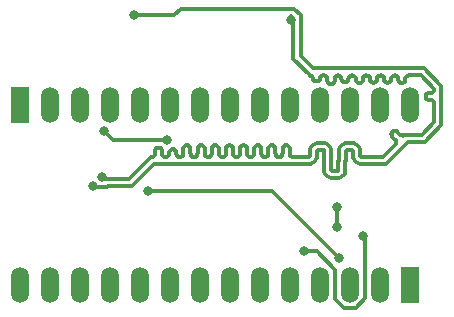
<source format=gbr>
G04 #@! TF.FileFunction,Copper,L2,Bot,Signal*
%FSLAX46Y46*%
G04 Gerber Fmt 4.6, Leading zero omitted, Abs format (unit mm)*
G04 Created by KiCad (PCBNEW 4.0.2-stable) date 04/04/2016 12:25:54*
%MOMM*%
G01*
G04 APERTURE LIST*
%ADD10C,0.100000*%
%ADD11O,1.506220X3.014980*%
%ADD12R,1.506220X3.014980*%
%ADD13C,0.800000*%
%ADD14C,0.300000*%
G04 APERTURE END LIST*
D10*
D11*
X144940000Y-97100000D03*
X147480000Y-97100000D03*
X150020000Y-97100000D03*
X152560000Y-97100000D03*
X155100000Y-97100000D03*
X157640000Y-97100000D03*
X160180000Y-97100000D03*
X162720000Y-97100000D03*
X165260000Y-97100000D03*
X142400000Y-97100000D03*
X139860000Y-97100000D03*
X137320000Y-97100000D03*
X167800000Y-97100000D03*
D12*
X134780000Y-97100000D03*
D11*
X157580000Y-112300000D03*
X155040000Y-112300000D03*
X152500000Y-112300000D03*
X149960000Y-112300000D03*
X147420000Y-112300000D03*
X144880000Y-112300000D03*
X142340000Y-112300000D03*
X139800000Y-112300000D03*
X137260000Y-112300000D03*
X160120000Y-112300000D03*
X162660000Y-112300000D03*
X165200000Y-112300000D03*
X134720000Y-112300000D03*
D12*
X167740000Y-112300000D03*
D13*
X141823786Y-99309525D03*
X147200000Y-100100000D03*
X145600000Y-104400000D03*
X161757302Y-110057302D03*
X163807317Y-108176403D03*
X158800000Y-109500000D03*
X161600000Y-105749990D03*
X161600000Y-107450010D03*
X157649990Y-89901048D03*
X141688908Y-103211092D03*
X144400000Y-89500000D03*
X140911092Y-103988908D03*
D14*
X147200000Y-100100000D02*
X142614261Y-100100000D01*
X142614261Y-100100000D02*
X141823786Y-99309525D01*
X156100000Y-104400000D02*
X145600000Y-104400000D01*
X161757302Y-110057302D02*
X156100000Y-104400000D01*
X158800000Y-109500000D02*
X159909608Y-109500000D01*
X159909608Y-109500000D02*
X161456880Y-111047272D01*
X161456880Y-111047272D02*
X161456880Y-113552728D01*
X161456880Y-113552728D02*
X162161652Y-114257500D01*
X162161652Y-114257500D02*
X163158348Y-114257500D01*
X163158348Y-114257500D02*
X163996880Y-113418968D01*
X163996880Y-113418968D02*
X163996880Y-108365966D01*
X163996880Y-108365966D02*
X163807317Y-108176403D01*
X161600000Y-107450010D02*
X161600000Y-105749990D01*
X147368214Y-101266757D02*
X147375736Y-101200000D01*
X147968214Y-101083244D02*
X147975736Y-101150000D01*
X141688908Y-103211092D02*
X141866725Y-103388909D01*
X159932041Y-95099726D02*
X159875736Y-95106071D01*
X156968214Y-101266757D02*
X156975736Y-101200000D01*
X147375736Y-101200000D02*
X147375736Y-101150000D01*
X146805445Y-101330166D02*
X146841186Y-101387047D01*
X161765158Y-100846093D02*
X161817605Y-100696209D01*
X146841186Y-101387047D02*
X146888689Y-101434550D01*
X154688689Y-100565451D02*
X154745570Y-100529710D01*
X163710285Y-95143117D02*
X163662782Y-95190620D01*
X159213598Y-101484885D02*
X159242536Y-101466702D01*
X154745570Y-100529710D02*
X154808979Y-100507522D01*
X154808979Y-100507522D02*
X154875736Y-100500000D01*
X148583257Y-100733244D02*
X148605445Y-100669835D01*
X169770290Y-95904429D02*
X169792478Y-95841020D01*
X148605445Y-100669835D02*
X148641186Y-100612954D01*
X156910285Y-101387047D02*
X156946026Y-101330166D01*
X145875736Y-101500000D02*
X145942492Y-101492479D01*
X166841186Y-95143117D02*
X166805445Y-95086236D01*
X148641186Y-100612954D02*
X148688689Y-100565451D01*
X150383257Y-101266757D02*
X150405445Y-101330166D01*
X150375736Y-101200000D02*
X150383257Y-101266757D01*
X141866725Y-103388909D02*
X143986827Y-103388909D01*
X166062782Y-95140620D02*
X166005901Y-95176361D01*
X146710285Y-100812954D02*
X146746026Y-100869835D01*
X146775736Y-101200000D02*
X146783257Y-101266757D01*
X162658454Y-94660658D02*
X162614429Y-94704683D01*
X166775736Y-94900000D02*
X166768214Y-94833243D01*
X152542492Y-100507522D02*
X152605901Y-100529710D01*
X160605901Y-94629709D02*
X160542492Y-94607521D01*
X149005901Y-100529710D02*
X149062782Y-100565451D01*
X153008979Y-101492479D02*
X153075736Y-101500000D01*
X156862782Y-101434550D02*
X156910285Y-101387047D01*
X143986827Y-103388909D02*
X145875736Y-101500000D01*
X146746026Y-100869835D02*
X146768214Y-100933244D01*
X162769937Y-94606970D02*
X162711171Y-94627534D01*
X149662782Y-101434550D02*
X149710285Y-101387047D01*
X149605901Y-101470291D02*
X149662782Y-101434550D01*
X145942492Y-101492479D02*
X146005901Y-101470291D01*
X166888689Y-95190620D02*
X166841186Y-95143117D01*
X159275736Y-94600000D02*
X157900000Y-93224264D01*
X146183257Y-100933244D02*
X146205445Y-100869835D01*
X146205445Y-100869835D02*
X146241186Y-100812954D01*
X148088689Y-101434550D02*
X148145570Y-101470291D01*
X157275736Y-100500000D02*
X157342492Y-100507522D01*
X146005901Y-101470291D02*
X146062782Y-101434550D01*
X155710285Y-101387047D02*
X155746026Y-101330166D01*
X157405901Y-100529710D02*
X157462782Y-100565451D01*
X150262782Y-100565451D02*
X150310285Y-100612954D01*
X150310285Y-100612954D02*
X150346026Y-100669835D01*
X147441186Y-100962954D02*
X147488689Y-100915451D01*
X146888689Y-101434550D02*
X146945570Y-101470291D01*
X152005901Y-101470291D02*
X152062782Y-101434550D01*
X147862782Y-100915451D02*
X147910285Y-100962954D01*
X146062782Y-101434550D02*
X146110285Y-101387047D01*
X167310285Y-95143117D02*
X167262782Y-95190620D01*
X161115114Y-102618841D02*
X161133297Y-102647779D01*
X146175736Y-101000000D02*
X146183257Y-100933244D01*
X153675736Y-100500000D02*
X153742492Y-100507522D01*
X154583257Y-100733244D02*
X154605445Y-100669835D01*
X160662782Y-94665450D02*
X160605901Y-94629709D01*
X146146026Y-101330166D02*
X146168214Y-101266757D01*
X154605445Y-100669835D02*
X154641186Y-100612954D01*
X146110285Y-101387047D02*
X146146026Y-101330166D01*
X162493112Y-95051387D02*
X162449087Y-95095412D01*
X147946026Y-101019835D02*
X147968214Y-101083244D01*
X166569091Y-100396004D02*
X166598239Y-100335478D01*
X149475736Y-101500000D02*
X149542492Y-101492479D01*
X146288689Y-100765451D02*
X146345570Y-100729710D01*
X153608979Y-100507522D02*
X153675736Y-100500000D01*
X148145570Y-101470291D02*
X148208979Y-101492479D01*
X151145570Y-100529710D02*
X151208979Y-100507522D01*
X146168214Y-101266757D02*
X146175736Y-101200000D01*
X147675736Y-100850000D02*
X147742492Y-100857522D01*
X146175736Y-101200000D02*
X146175736Y-101000000D01*
X146241186Y-100812954D02*
X146288689Y-100765451D01*
X147975736Y-101200000D02*
X147983257Y-101266757D01*
X147983257Y-101266757D02*
X148005445Y-101330166D01*
X169500000Y-96074264D02*
X169566756Y-96066742D01*
X146345570Y-100729710D02*
X146408979Y-100707522D01*
X149408979Y-101492479D02*
X149475736Y-101500000D01*
X146408979Y-100707522D02*
X146475736Y-100700000D01*
X146945570Y-101470291D02*
X147008979Y-101492479D01*
X147008979Y-101492479D02*
X147075736Y-101500000D01*
X165688689Y-95140620D02*
X165641186Y-95093117D01*
X148405901Y-101470291D02*
X148462782Y-101434550D01*
X147075736Y-101500000D02*
X147142492Y-101492479D01*
X147805901Y-100879710D02*
X147862782Y-100915451D01*
X146475736Y-100700000D02*
X146542492Y-100707522D01*
X164975736Y-94900000D02*
X164975736Y-94906071D01*
X146605901Y-100729710D02*
X146662782Y-100765451D01*
X146542492Y-100707522D02*
X146605901Y-100729710D01*
X150368214Y-100733244D02*
X150375736Y-100800000D01*
X159284885Y-101413598D02*
X159296173Y-101381340D01*
X150346026Y-100669835D02*
X150368214Y-100733244D01*
X146662782Y-100765451D02*
X146710285Y-100812954D01*
X146768214Y-100933244D02*
X146775736Y-101000000D01*
X169123638Y-96504429D02*
X169101450Y-96441020D01*
X146775736Y-101000000D02*
X146775736Y-101200000D01*
X169327172Y-96081785D02*
X169393929Y-96074264D01*
X166275426Y-99772483D02*
X166233540Y-99719960D01*
X146783257Y-101266757D02*
X146805445Y-101330166D01*
X165005445Y-94769834D02*
X164983257Y-94833243D01*
X152746026Y-100669835D02*
X152768214Y-100733244D01*
X147142492Y-101492479D02*
X147205901Y-101470291D01*
X169566756Y-96066742D02*
X169630165Y-96044554D01*
X148942492Y-100507522D02*
X149005901Y-100529710D01*
X147205901Y-101470291D02*
X147262782Y-101434550D01*
X160841186Y-95243117D02*
X160805445Y-95186236D01*
X156375736Y-101200000D02*
X156383257Y-101266757D01*
X167064520Y-99671032D02*
X167130014Y-99685981D01*
X147262782Y-101434550D02*
X147310285Y-101387047D01*
X147742492Y-100857522D02*
X147805901Y-100879710D01*
X156608979Y-101492479D02*
X156675736Y-101500000D01*
X147310285Y-101387047D02*
X147346026Y-101330166D01*
X147346026Y-101330166D02*
X147368214Y-101266757D01*
X148041186Y-101387047D02*
X148088689Y-101434550D01*
X166146026Y-95036236D02*
X166110285Y-95093117D01*
X152408979Y-100507522D02*
X152475736Y-100500000D01*
X150946026Y-101330166D02*
X150968214Y-101266757D01*
X160768214Y-94833243D02*
X160746026Y-94769834D01*
X147375736Y-101150000D02*
X147383257Y-101083244D01*
X153910285Y-100612954D02*
X153946026Y-100669835D01*
X165275736Y-94600000D02*
X165208979Y-94607521D01*
X167323213Y-99641885D02*
X167375736Y-99600000D01*
X157088689Y-100565451D02*
X157145570Y-100529710D01*
X147383257Y-101083244D02*
X147405445Y-101019835D01*
X150975736Y-101200000D02*
X150975736Y-100800000D01*
X153975736Y-101200000D02*
X153983257Y-101266757D01*
X150975736Y-100800000D02*
X150983257Y-100733244D01*
X155542492Y-101492479D02*
X155605901Y-101470291D01*
X147405445Y-101019835D02*
X147441186Y-100962954D01*
X147488689Y-100915451D02*
X147545570Y-100879710D01*
X167375736Y-94956071D02*
X167368214Y-95022827D01*
X157462782Y-100565451D02*
X157510285Y-100612954D01*
X154005445Y-101330166D02*
X154041186Y-101387047D01*
X147545570Y-100879710D02*
X147608979Y-100857522D01*
X155768214Y-101266757D02*
X155775736Y-101200000D01*
X147608979Y-100857522D02*
X147675736Y-100850000D01*
X154088689Y-101434550D02*
X154145570Y-101470291D01*
X149710285Y-101387047D02*
X149746026Y-101330166D01*
X167441186Y-94712953D02*
X167405445Y-94769834D01*
X157583257Y-101266757D02*
X157605445Y-101330166D01*
X147910285Y-100962954D02*
X147946026Y-101019835D01*
X166233540Y-99400741D02*
X166275426Y-99348219D01*
X147975736Y-101150000D02*
X147975736Y-101200000D01*
X148005445Y-101330166D02*
X148041186Y-101387047D01*
X148208979Y-101492479D02*
X148275736Y-101500000D01*
X160833004Y-100449468D02*
X160945289Y-100561753D01*
X151875736Y-101500000D02*
X151942492Y-101492479D01*
X157041186Y-100612954D02*
X157088689Y-100565451D01*
X148275736Y-101500000D02*
X148342492Y-101492479D01*
X153946026Y-100669835D02*
X153968214Y-100733244D01*
X153968214Y-100733244D02*
X153975736Y-100800000D01*
X153975736Y-100800000D02*
X153975736Y-101200000D01*
X162831806Y-94600000D02*
X162769937Y-94606970D01*
X151575736Y-100800000D02*
X151575736Y-101200000D01*
X148342492Y-101492479D02*
X148405901Y-101470291D01*
X148462782Y-101434550D02*
X148510285Y-101387047D01*
X148510285Y-101387047D02*
X148546026Y-101330166D01*
X160009132Y-100294758D02*
X160390867Y-100294758D01*
X148568214Y-101266757D02*
X148575736Y-101200000D01*
X148546026Y-101330166D02*
X148568214Y-101266757D01*
X166183257Y-94833243D02*
X166175736Y-94900000D01*
X148575736Y-101200000D02*
X148575736Y-100800000D01*
X169792478Y-95841020D02*
X169800000Y-95774264D01*
X148575736Y-100800000D02*
X148583257Y-100733244D01*
X162560741Y-94816166D02*
X162546800Y-94939904D01*
X159332041Y-94606344D02*
X159275736Y-94600000D01*
X167545570Y-94629709D02*
X167488689Y-94665450D01*
X148688689Y-100565451D02*
X148745570Y-100529710D01*
X166945570Y-95226361D02*
X166888689Y-95190620D01*
X148745570Y-100529710D02*
X148808979Y-100507522D01*
X148808979Y-100507522D02*
X148875736Y-100500000D01*
X163175736Y-94956071D02*
X163175736Y-94900000D01*
X148875736Y-100500000D02*
X148942492Y-100507522D01*
X154942492Y-100507522D02*
X155005901Y-100529710D01*
X149146026Y-100669835D02*
X149168214Y-100733244D01*
X149110285Y-100612954D02*
X149146026Y-100669835D01*
X149062782Y-100565451D02*
X149110285Y-100612954D01*
X149175736Y-100800000D02*
X149175736Y-101200000D01*
X149168214Y-100733244D02*
X149175736Y-100800000D01*
X155062782Y-100565451D02*
X155110285Y-100612954D01*
X149175736Y-101200000D02*
X149183257Y-101266757D01*
X165546026Y-94769834D02*
X165510285Y-94712953D01*
X149183257Y-101266757D02*
X149205445Y-101330166D01*
X164805901Y-95176361D02*
X164742492Y-95198549D01*
X149205445Y-101330166D02*
X149241186Y-101387047D01*
X153075736Y-101500000D02*
X153142492Y-101492479D01*
X149241186Y-101387047D02*
X149288689Y-101434550D01*
X153142492Y-101492479D02*
X153205901Y-101470291D01*
X149288689Y-101434550D02*
X149345570Y-101470291D01*
X161700000Y-101800000D02*
X161747379Y-101800000D01*
X149345570Y-101470291D02*
X149408979Y-101492479D01*
X169500000Y-96674264D02*
X169393929Y-96674264D01*
X149542492Y-101492479D02*
X149605901Y-101470291D01*
X165041186Y-94712953D02*
X165005445Y-94769834D01*
X149746026Y-101330166D02*
X149768214Y-101266757D01*
X157546026Y-100669835D02*
X157568214Y-100733244D01*
X149775736Y-101200000D02*
X149775736Y-100800000D01*
X166168214Y-94972827D02*
X166146026Y-95036236D01*
X154041186Y-101387047D02*
X154088689Y-101434550D01*
X165405901Y-94629709D02*
X165342492Y-94607521D01*
X149775736Y-100800000D02*
X149783257Y-100733244D01*
X149768214Y-101266757D02*
X149775736Y-101200000D01*
X164205901Y-94629709D02*
X164142492Y-94607521D01*
X149783257Y-100733244D02*
X149805445Y-100669835D01*
X157575736Y-100800000D02*
X157575736Y-101200000D01*
X149805445Y-100669835D02*
X149841186Y-100612954D01*
X157568214Y-100733244D02*
X157575736Y-100800000D01*
X149841186Y-100612954D02*
X149888689Y-100565451D01*
X155775736Y-101200000D02*
X155775736Y-100800000D01*
X149888689Y-100565451D02*
X149945570Y-100529710D01*
X149945570Y-100529710D02*
X150008979Y-100507522D01*
X159242536Y-101466702D02*
X159266702Y-101442536D01*
X155175736Y-101200000D02*
X155183257Y-101266757D01*
X160783257Y-95122827D02*
X160775736Y-95056071D01*
X150008979Y-100507522D02*
X150075736Y-100500000D01*
X151546026Y-100669835D02*
X151568214Y-100733244D01*
X150075736Y-100500000D02*
X150142492Y-100507522D01*
X156946026Y-101330166D02*
X156968214Y-101266757D01*
X150205901Y-100529710D02*
X150262782Y-100565451D01*
X169159379Y-96561310D02*
X169123638Y-96504429D01*
X150142492Y-100507522D02*
X150205901Y-100529710D01*
X151605445Y-101330166D02*
X151641186Y-101387047D01*
X150375736Y-100800000D02*
X150375736Y-101200000D01*
X163280383Y-100449468D02*
X163392668Y-100561753D01*
X161100000Y-101003890D02*
X161100000Y-102552621D01*
X153375736Y-101200000D02*
X153375736Y-100800000D01*
X150441186Y-101387047D02*
X150488689Y-101434550D01*
X150405445Y-101330166D02*
X150441186Y-101387047D01*
X150488689Y-101434550D02*
X150545570Y-101470291D01*
X155888689Y-100565451D02*
X155945570Y-100529710D01*
X150545570Y-101470291D02*
X150608979Y-101492479D01*
X156742492Y-101492479D02*
X156805901Y-101470291D01*
X155408979Y-101492479D02*
X155475736Y-101500000D01*
X156675736Y-101500000D02*
X156742492Y-101492479D01*
X150608979Y-101492479D02*
X150675736Y-101500000D01*
X150675736Y-101500000D02*
X150742492Y-101492479D01*
X150805901Y-101470291D02*
X150862782Y-101434550D01*
X150742492Y-101492479D02*
X150805901Y-101470291D01*
X163700000Y-101500000D02*
X165475736Y-101500000D01*
X150862782Y-101434550D02*
X150910285Y-101387047D01*
X150910285Y-101387047D02*
X150946026Y-101330166D01*
X152146026Y-101330166D02*
X152168214Y-101266757D01*
X152168214Y-101266757D02*
X152175736Y-101200000D01*
X166768214Y-94833243D02*
X166746026Y-94769834D01*
X166783257Y-95022827D02*
X166775736Y-94956071D01*
X161747379Y-101800000D02*
X161747379Y-101003890D01*
X150968214Y-101266757D02*
X150975736Y-101200000D01*
X150983257Y-100733244D02*
X151005445Y-100669835D01*
X155605901Y-101470291D02*
X155662782Y-101434550D01*
X151005445Y-100669835D02*
X151041186Y-100612954D01*
X161157463Y-102671945D02*
X161186401Y-102690128D01*
X155783257Y-100733244D02*
X155805445Y-100669835D01*
X161186401Y-102690128D02*
X161218659Y-102701416D01*
X151041186Y-100612954D02*
X151088689Y-100565451D01*
X151088689Y-100565451D02*
X151145570Y-100529710D01*
X154462782Y-101434550D02*
X154510285Y-101387047D01*
X159300000Y-101003890D02*
X159317779Y-100846093D01*
X151208979Y-100507522D02*
X151275736Y-100500000D01*
X157900000Y-89724264D02*
X157649990Y-89901048D01*
X169566756Y-96681785D02*
X169500000Y-96674264D01*
X166598239Y-100335478D02*
X166613187Y-100269984D01*
X151275736Y-100500000D02*
X151342492Y-100507522D01*
X151342492Y-100507522D02*
X151405901Y-100529710D01*
X166542492Y-94607521D02*
X166475736Y-94600000D01*
X151405901Y-100529710D02*
X151462782Y-100565451D01*
X155841186Y-100612954D02*
X155888689Y-100565451D01*
X151462782Y-100565451D02*
X151510285Y-100612954D01*
X151641186Y-101387047D02*
X151688689Y-101434550D01*
X151510285Y-100612954D02*
X151546026Y-100669835D01*
X151688689Y-101434550D02*
X151745570Y-101470291D01*
X151568214Y-100733244D02*
X151575736Y-100800000D01*
X151575736Y-101200000D02*
X151583257Y-101266757D01*
X151583257Y-101266757D02*
X151605445Y-101330166D01*
X164946026Y-95036236D02*
X164910285Y-95093117D01*
X153488689Y-100565451D02*
X153545570Y-100529710D01*
X151745570Y-101470291D02*
X151808979Y-101492479D01*
X151808979Y-101492479D02*
X151875736Y-101500000D01*
X151942492Y-101492479D02*
X152005901Y-101470291D01*
X152062782Y-101434550D02*
X152110285Y-101387047D01*
X152110285Y-101387047D02*
X152146026Y-101330166D01*
X165088689Y-94665450D02*
X165041186Y-94712953D01*
X169393929Y-96674264D02*
X169327172Y-96666742D01*
X154275736Y-101500000D02*
X154342492Y-101492479D01*
X166327949Y-99306334D02*
X166388475Y-99277186D01*
X163183257Y-95022827D02*
X163175736Y-94956071D01*
X152175736Y-101200000D02*
X152175736Y-100800000D01*
X165208979Y-94607521D02*
X165145570Y-94629709D01*
X152175736Y-100800000D02*
X152183257Y-100733244D01*
X152183257Y-100733244D02*
X152205445Y-100669835D01*
X152205445Y-100669835D02*
X152241186Y-100612954D01*
X152241186Y-100612954D02*
X152288689Y-100565451D01*
X152288689Y-100565451D02*
X152345570Y-100529710D01*
X152345570Y-100529710D02*
X152408979Y-100507522D01*
X152475736Y-100500000D02*
X152542492Y-100507522D01*
X161218659Y-102701416D02*
X161252621Y-102705242D01*
X152605901Y-100529710D02*
X152662782Y-100565451D01*
X161613598Y-102690128D02*
X161642536Y-102671945D01*
X156310285Y-100612954D02*
X156346026Y-100669835D01*
X152662782Y-100565451D02*
X152710285Y-100612954D01*
X161747379Y-101003890D02*
X161765158Y-100846093D01*
X152710285Y-100612954D02*
X152746026Y-100669835D01*
X152768214Y-100733244D02*
X152775736Y-100800000D01*
X152775736Y-100800000D02*
X152775736Y-101200000D01*
X159875736Y-95106071D02*
X159781806Y-95106071D01*
X152775736Y-101200000D02*
X152783257Y-101266757D01*
X163666038Y-101496173D02*
X163700000Y-101500000D01*
X152783257Y-101266757D02*
X152805445Y-101330166D01*
X152805445Y-101330166D02*
X152841186Y-101387047D01*
X166613187Y-100202805D02*
X166598239Y-100137311D01*
X152841186Y-101387047D02*
X152888689Y-101434550D01*
X153205901Y-101470291D02*
X153262782Y-101434550D01*
X152888689Y-101434550D02*
X152945570Y-101470291D01*
X161545570Y-94629709D02*
X161488689Y-94665450D01*
X152945570Y-101470291D02*
X153008979Y-101492479D01*
X161737604Y-94606970D02*
X161675736Y-94600000D01*
X153262782Y-101434550D02*
X153310285Y-101387047D01*
X160103712Y-94962823D02*
X160073566Y-95010800D01*
X155241186Y-101387047D02*
X155288689Y-101434550D01*
X153310285Y-101387047D02*
X153346026Y-101330166D01*
X153346026Y-101330166D02*
X153368214Y-101266757D01*
X153368214Y-101266757D02*
X153375736Y-101200000D01*
X162456511Y-100294758D02*
X162838246Y-100294758D01*
X153383257Y-100733244D02*
X153405445Y-100669835D01*
X162711171Y-94627534D02*
X162658454Y-94660658D01*
X153375736Y-100800000D02*
X153383257Y-100733244D01*
X153405445Y-100669835D02*
X153441186Y-100612954D01*
X153441186Y-100612954D02*
X153488689Y-100565451D01*
X153545570Y-100529710D02*
X153608979Y-100507522D01*
X161684885Y-102618841D02*
X161696173Y-102586583D01*
X160073566Y-95010800D02*
X160033500Y-95050866D01*
X166345570Y-94629709D02*
X166288689Y-94665450D01*
X153742492Y-100507522D02*
X153805901Y-100529710D01*
X155288689Y-101434550D02*
X155345570Y-101470291D01*
X153805901Y-100529710D02*
X153862782Y-100565451D01*
X155345570Y-101470291D02*
X155408979Y-101492479D01*
X161696173Y-102586583D02*
X161700000Y-102552621D01*
X169393929Y-96074264D02*
X169500000Y-96074264D01*
X156441186Y-101387047D02*
X156488689Y-101434550D01*
X153862782Y-100565451D02*
X153910285Y-100612954D01*
X157145570Y-100529710D02*
X157208979Y-100507522D01*
X153983257Y-101266757D02*
X154005445Y-101330166D01*
X154145570Y-101470291D02*
X154208979Y-101492479D01*
X166710285Y-94712953D02*
X166662782Y-94665450D01*
X157808979Y-101492479D02*
X157875736Y-101500000D01*
X154208979Y-101492479D02*
X154275736Y-101500000D01*
X154342492Y-101492479D02*
X154405901Y-101470291D01*
X160325500Y-94606344D02*
X160272018Y-94625058D01*
X154405901Y-101470291D02*
X154462782Y-101434550D01*
X161142492Y-95348549D02*
X161075736Y-95356071D01*
X154546026Y-101330166D02*
X154568214Y-101266757D01*
X154510285Y-101387047D02*
X154546026Y-101330166D01*
X154568214Y-101266757D02*
X154575736Y-101200000D01*
X154575736Y-101200000D02*
X154575736Y-100800000D01*
X154575736Y-100800000D02*
X154583257Y-100733244D01*
X154641186Y-100612954D02*
X154688689Y-100565451D01*
X154875736Y-100500000D02*
X154942492Y-100507522D01*
X155005901Y-100529710D02*
X155062782Y-100565451D01*
X155110285Y-100612954D02*
X155146026Y-100669835D01*
X155146026Y-100669835D02*
X155168214Y-100733244D01*
X155168214Y-100733244D02*
X155175736Y-100800000D01*
X155175736Y-100800000D02*
X155175736Y-101200000D01*
X155805445Y-100669835D02*
X155841186Y-100612954D01*
X155183257Y-101266757D02*
X155205445Y-101330166D01*
X155205445Y-101330166D02*
X155241186Y-101387047D01*
X155475736Y-101500000D02*
X155542492Y-101492479D01*
X155662782Y-101434550D02*
X155710285Y-101387047D01*
X161581340Y-102701416D02*
X161613598Y-102690128D01*
X157342492Y-100507522D02*
X157405901Y-100529710D01*
X155746026Y-101330166D02*
X155768214Y-101266757D01*
X159147379Y-101500000D02*
X159181340Y-101496173D01*
X155775736Y-100800000D02*
X155783257Y-100733244D01*
X163475736Y-95256071D02*
X163408979Y-95248549D01*
X167262687Y-99671032D02*
X167323213Y-99641885D01*
X157875736Y-101500000D02*
X159147379Y-101500000D01*
X155945570Y-100529710D02*
X156008979Y-100507522D01*
X159535115Y-94909341D02*
X159522426Y-94796729D01*
X169263763Y-96103973D02*
X169327172Y-96081785D01*
X162298714Y-100312537D02*
X162456511Y-100294758D01*
X156008979Y-100507522D02*
X156075736Y-100500000D01*
X156075736Y-100500000D02*
X156142492Y-100507522D01*
X167488689Y-94665450D02*
X167441186Y-94712953D01*
X156142492Y-100507522D02*
X156205901Y-100529710D01*
X156205901Y-100529710D02*
X156262782Y-100565451D01*
X156262782Y-100565451D02*
X156310285Y-100612954D01*
X166746026Y-94769834D02*
X166710285Y-94712953D01*
X156346026Y-100669835D02*
X156368214Y-100733244D01*
X156368214Y-100733244D02*
X156375736Y-100800000D01*
X156375736Y-100800000D02*
X156375736Y-101200000D01*
X169327172Y-96666742D02*
X169263763Y-96644554D01*
X156383257Y-101266757D02*
X156405445Y-101330166D01*
X156405445Y-101330166D02*
X156441186Y-101387047D01*
X156488689Y-101434550D02*
X156545570Y-101470291D01*
X169734549Y-95961310D02*
X169770290Y-95904429D01*
X156545570Y-101470291D02*
X156608979Y-101492479D01*
X156805901Y-101470291D02*
X156862782Y-101434550D01*
X166805445Y-95086236D02*
X166783257Y-95022827D01*
X156975736Y-101200000D02*
X156975736Y-100800000D01*
X156975736Y-100800000D02*
X156983257Y-100733244D01*
X163562493Y-101413598D02*
X163580676Y-101442536D01*
X165875736Y-95206071D02*
X165808979Y-95198549D01*
X156983257Y-100733244D02*
X157005445Y-100669835D01*
X157005445Y-100669835D02*
X157041186Y-100612954D01*
X157208979Y-100507522D02*
X157275736Y-100500000D01*
X159473566Y-94695270D02*
X159433500Y-94655204D01*
X157510285Y-100612954D02*
X157546026Y-100669835D01*
X163775736Y-94956071D02*
X163768214Y-95022827D01*
X157575736Y-101200000D02*
X157583257Y-101266757D01*
X157605445Y-101330166D02*
X157641186Y-101387047D01*
X164608979Y-95198549D02*
X164545570Y-95176361D01*
X161946800Y-94816166D02*
X161926236Y-94757400D01*
X163145927Y-100364984D02*
X163280383Y-100449468D01*
X157641186Y-101387047D02*
X157688689Y-101434550D01*
X157688689Y-101434550D02*
X157745570Y-101470291D01*
X166647168Y-99306334D02*
X166699690Y-99348219D01*
X157745570Y-101470291D02*
X157808979Y-101492479D01*
X159181340Y-101496173D02*
X159213598Y-101484885D01*
X164008979Y-94607521D02*
X163945570Y-94629709D01*
X163542492Y-95248549D02*
X163475736Y-95256071D01*
X166605901Y-94629709D02*
X166542492Y-94607521D01*
X159266702Y-101442536D02*
X159284885Y-101413598D01*
X159296173Y-101381340D02*
X159300000Y-101347379D01*
X159300000Y-101347379D02*
X159300000Y-101003890D01*
X159317779Y-100846093D02*
X159370226Y-100696209D01*
X159370226Y-100696209D02*
X159454710Y-100561753D01*
X159454710Y-100561753D02*
X159566995Y-100449468D01*
X159566995Y-100449468D02*
X159701451Y-100364984D01*
X159701451Y-100364984D02*
X159851335Y-100312537D01*
X159851335Y-100312537D02*
X160009132Y-100294758D01*
X157900000Y-93224264D02*
X157900000Y-89724264D01*
X160390867Y-100294758D02*
X160548664Y-100312537D01*
X165145570Y-94629709D02*
X165088689Y-94665450D01*
X160548664Y-100312537D02*
X160698548Y-100364984D01*
X160698548Y-100364984D02*
X160833004Y-100449468D01*
X160945289Y-100561753D02*
X161029773Y-100696209D01*
X161029773Y-100696209D02*
X161082220Y-100846093D01*
X169687046Y-96008813D02*
X169734549Y-95961310D01*
X161082220Y-100846093D02*
X161100000Y-101003890D01*
X162838246Y-100294758D02*
X162996043Y-100312537D01*
X161100000Y-102552621D02*
X161103826Y-102586583D01*
X161103826Y-102586583D02*
X161115114Y-102618841D01*
X161133297Y-102647779D02*
X161157463Y-102671945D01*
X161252621Y-102705242D02*
X161547379Y-102705242D01*
X165510285Y-94712953D02*
X165462782Y-94665450D01*
X169800000Y-96974264D02*
X169792478Y-96907507D01*
X161547379Y-102705242D02*
X161581340Y-102701416D01*
X161642536Y-102671945D02*
X161666702Y-102647779D01*
X165462782Y-94665450D02*
X165405901Y-94629709D01*
X161666702Y-102647779D02*
X161684885Y-102618841D01*
X163580676Y-101442536D02*
X163604842Y-101466702D01*
X161700000Y-102552621D02*
X161700000Y-101800000D01*
X161817605Y-100696209D02*
X161902089Y-100561753D01*
X169734549Y-96787217D02*
X169687046Y-96739714D01*
X161902089Y-100561753D02*
X162014374Y-100449468D01*
X163529599Y-100846093D02*
X163547379Y-101003890D01*
X162014374Y-100449468D02*
X162148830Y-100364984D01*
X162148830Y-100364984D02*
X162298714Y-100312537D01*
X162996043Y-100312537D02*
X163145927Y-100364984D01*
X167375736Y-99600000D02*
X168775736Y-99600000D01*
X163392668Y-100561753D02*
X163477152Y-100696209D01*
X163477152Y-100696209D02*
X163529599Y-100846093D01*
X163547379Y-101003890D02*
X163547379Y-101347379D01*
X163547379Y-101347379D02*
X163551205Y-101381340D01*
X163551205Y-101381340D02*
X163562493Y-101413598D01*
X163604842Y-101466702D02*
X163633780Y-101484885D01*
X165475736Y-101500000D02*
X166527207Y-100448528D01*
X166569091Y-100076785D02*
X166527206Y-100024263D01*
X163633780Y-101484885D02*
X163666038Y-101496173D01*
X166527207Y-100448528D02*
X166569091Y-100396004D01*
X166613187Y-100269984D02*
X166613187Y-100202805D01*
X166598239Y-100137311D02*
X166569091Y-100076785D01*
X166527206Y-100024263D02*
X166275426Y-99772483D01*
X166233540Y-99719960D02*
X166204393Y-99659434D01*
X166204393Y-99659434D02*
X166189444Y-99593940D01*
X164975736Y-94906071D02*
X164968214Y-94972827D01*
X163110285Y-94712953D02*
X163062782Y-94665450D01*
X166189444Y-99593940D02*
X166189444Y-99526761D01*
X166189444Y-99526761D02*
X166204393Y-99461267D01*
X166204393Y-99461267D02*
X166233540Y-99400741D01*
X166275426Y-99348219D02*
X166327949Y-99306334D01*
X166388475Y-99277186D02*
X166453969Y-99262238D01*
X166453969Y-99262238D02*
X166521148Y-99262238D01*
X162942492Y-94607521D02*
X162875736Y-94600000D01*
X169206882Y-96139714D02*
X169263763Y-96103973D01*
X166521148Y-99262238D02*
X166586642Y-99277186D01*
X163888689Y-94665450D02*
X163841186Y-94712953D01*
X166586642Y-99277186D02*
X166647168Y-99306334D01*
X166699690Y-99348219D02*
X166951471Y-99600000D01*
X166951471Y-99600000D02*
X167003994Y-99641885D01*
X160183975Y-94695270D02*
X160153829Y-94743247D01*
X167003994Y-99641885D02*
X167064520Y-99671032D01*
X169101450Y-96441020D02*
X169093929Y-96374264D01*
X167130014Y-99685981D02*
X167197193Y-99685981D01*
X167197193Y-99685981D02*
X167262687Y-99671032D01*
X160746026Y-94769834D02*
X160710285Y-94712953D01*
X168775736Y-99600000D02*
X169800000Y-98575736D01*
X169800000Y-98575736D02*
X169800000Y-96974264D01*
X161008979Y-95348549D02*
X160945570Y-95326361D01*
X166005901Y-95176361D02*
X165942492Y-95198549D01*
X169792478Y-96907507D02*
X169770290Y-96844098D01*
X163062782Y-94665450D02*
X163005901Y-94629709D01*
X169770290Y-96844098D02*
X169734549Y-96787217D01*
X169687046Y-96739714D02*
X169630165Y-96703973D01*
X166288689Y-94665450D02*
X166241186Y-94712953D01*
X169630165Y-96703973D02*
X169566756Y-96681785D01*
X169263763Y-96644554D02*
X169206882Y-96608813D01*
X169206882Y-96608813D02*
X169159379Y-96561310D01*
X160272018Y-94625058D02*
X160224041Y-94655204D01*
X169093929Y-96374264D02*
X169101450Y-96307507D01*
X163768214Y-95022827D02*
X163746026Y-95086236D01*
X169101450Y-96307507D02*
X169123638Y-96244098D01*
X169123638Y-96244098D02*
X169159379Y-96187217D01*
X169159379Y-96187217D02*
X169206882Y-96139714D01*
X169630165Y-96044554D02*
X169687046Y-96008813D01*
X163746026Y-95086236D02*
X163710285Y-95143117D01*
X166110285Y-95093117D02*
X166062782Y-95140620D01*
X169800000Y-95774264D02*
X169800000Y-95724264D01*
X169800000Y-95724264D02*
X168675736Y-94600000D01*
X168675736Y-94600000D02*
X167675736Y-94600000D01*
X167675736Y-94600000D02*
X167608979Y-94607521D01*
X167608979Y-94607521D02*
X167545570Y-94629709D01*
X161608979Y-94607521D02*
X161545570Y-94629709D01*
X167405445Y-94769834D02*
X167383257Y-94833243D01*
X167383257Y-94833243D02*
X167375736Y-94900000D01*
X167375736Y-94900000D02*
X167375736Y-94956071D01*
X167368214Y-95022827D02*
X167346026Y-95086236D01*
X167346026Y-95086236D02*
X167310285Y-95143117D01*
X167262782Y-95190620D02*
X167205901Y-95226361D01*
X167205901Y-95226361D02*
X167142492Y-95248549D01*
X167142492Y-95248549D02*
X167075736Y-95256071D01*
X167075736Y-95256071D02*
X167008979Y-95248549D01*
X162614429Y-94704683D02*
X162581305Y-94757400D01*
X167008979Y-95248549D02*
X166945570Y-95226361D01*
X166775736Y-94956071D02*
X166775736Y-94900000D01*
X166662782Y-94665450D02*
X166605901Y-94629709D01*
X166475736Y-94600000D02*
X166408979Y-94607521D01*
X166408979Y-94607521D02*
X166345570Y-94629709D01*
X163168214Y-94833243D02*
X163146026Y-94769834D01*
X166241186Y-94712953D02*
X166205445Y-94769834D01*
X161926236Y-94757400D02*
X161893112Y-94704683D01*
X166205445Y-94769834D02*
X166183257Y-94833243D01*
X166175736Y-94900000D02*
X166175736Y-94906071D01*
X159583975Y-95010800D02*
X159553829Y-94962823D01*
X166175736Y-94906071D02*
X166168214Y-94972827D01*
X165942492Y-95198549D02*
X165875736Y-95206071D01*
X165808979Y-95198549D02*
X165745570Y-95176361D01*
X165745570Y-95176361D02*
X165688689Y-95140620D01*
X165641186Y-95093117D02*
X165605445Y-95036236D01*
X165605445Y-95036236D02*
X165583257Y-94972827D01*
X165583257Y-94972827D02*
X165575736Y-94906071D01*
X165575736Y-94906071D02*
X165575736Y-94900000D01*
X165575736Y-94900000D02*
X165568214Y-94833243D01*
X165568214Y-94833243D02*
X165546026Y-94769834D01*
X165342492Y-94607521D02*
X165275736Y-94600000D01*
X164983257Y-94833243D02*
X164975736Y-94900000D01*
X164968214Y-94972827D02*
X164946026Y-95036236D01*
X164910285Y-95093117D02*
X164862782Y-95140620D01*
X164862782Y-95140620D02*
X164805901Y-95176361D01*
X164742492Y-95198549D02*
X164675736Y-95206071D01*
X164675736Y-95206071D02*
X164608979Y-95198549D01*
X164545570Y-95176361D02*
X164488689Y-95140620D01*
X164488689Y-95140620D02*
X164441186Y-95093117D01*
X164441186Y-95093117D02*
X164405445Y-95036236D01*
X164405445Y-95036236D02*
X164383257Y-94972827D01*
X164383257Y-94972827D02*
X164375736Y-94906071D01*
X164375736Y-94906071D02*
X164375736Y-94900000D01*
X164375736Y-94900000D02*
X164368214Y-94833243D01*
X164368214Y-94833243D02*
X164346026Y-94769834D01*
X164346026Y-94769834D02*
X164310285Y-94712953D01*
X163005901Y-94629709D02*
X162942492Y-94607521D01*
X164310285Y-94712953D02*
X164262782Y-94665450D01*
X164262782Y-94665450D02*
X164205901Y-94629709D01*
X161075736Y-95356071D02*
X161008979Y-95348549D01*
X164142492Y-94607521D02*
X164075736Y-94600000D01*
X164075736Y-94600000D02*
X164008979Y-94607521D01*
X163945570Y-94629709D02*
X163888689Y-94665450D01*
X163841186Y-94712953D02*
X163805445Y-94769834D01*
X163805445Y-94769834D02*
X163783257Y-94833243D01*
X163783257Y-94833243D02*
X163775736Y-94900000D01*
X163775736Y-94900000D02*
X163775736Y-94956071D01*
X163662782Y-95190620D02*
X163605901Y-95226361D01*
X163605901Y-95226361D02*
X163542492Y-95248549D01*
X163408979Y-95248549D02*
X163345570Y-95226361D01*
X163345570Y-95226361D02*
X163288689Y-95190620D01*
X163288689Y-95190620D02*
X163241186Y-95143117D01*
X163241186Y-95143117D02*
X163205445Y-95086236D01*
X163205445Y-95086236D02*
X163183257Y-95022827D01*
X159624041Y-95050866D02*
X159583975Y-95010800D01*
X163175736Y-94900000D02*
X163168214Y-94833243D01*
X163146026Y-94769834D02*
X163110285Y-94712953D01*
X162875736Y-94600000D02*
X162831806Y-94600000D01*
X162581305Y-94757400D02*
X162560741Y-94816166D01*
X162546800Y-94939904D02*
X162526236Y-94998670D01*
X162526236Y-94998670D02*
X162493112Y-95051387D01*
X162449087Y-95095412D02*
X162396370Y-95128536D01*
X162396370Y-95128536D02*
X162337604Y-95149100D01*
X162337604Y-95149100D02*
X162275736Y-95156071D01*
X162275736Y-95156071D02*
X162231806Y-95156071D01*
X162231806Y-95156071D02*
X162169937Y-95149100D01*
X162169937Y-95149100D02*
X162111171Y-95128536D01*
X162111171Y-95128536D02*
X162058454Y-95095412D01*
X162058454Y-95095412D02*
X162014429Y-95051387D01*
X162014429Y-95051387D02*
X161981305Y-94998670D01*
X161981305Y-94998670D02*
X161960741Y-94939904D01*
X161960741Y-94939904D02*
X161946800Y-94816166D01*
X161893112Y-94704683D02*
X161849087Y-94660658D01*
X161849087Y-94660658D02*
X161796370Y-94627534D01*
X161796370Y-94627534D02*
X161737604Y-94606970D01*
X161675736Y-94600000D02*
X161608979Y-94607521D01*
X161488689Y-94665450D02*
X161441186Y-94712953D01*
X161441186Y-94712953D02*
X161405445Y-94769834D01*
X161405445Y-94769834D02*
X161383257Y-94833243D01*
X161383257Y-94833243D02*
X161375736Y-94900000D01*
X161375736Y-94900000D02*
X161375736Y-95056071D01*
X161375736Y-95056071D02*
X161368214Y-95122827D01*
X161368214Y-95122827D02*
X161346026Y-95186236D01*
X161346026Y-95186236D02*
X161310285Y-95243117D01*
X161310285Y-95243117D02*
X161262782Y-95290620D01*
X161262782Y-95290620D02*
X161205901Y-95326361D01*
X161205901Y-95326361D02*
X161142492Y-95348549D01*
X160945570Y-95326361D02*
X160888689Y-95290620D01*
X160888689Y-95290620D02*
X160841186Y-95243117D01*
X160805445Y-95186236D02*
X160783257Y-95122827D01*
X160775736Y-95056071D02*
X160775736Y-94900000D01*
X160775736Y-94900000D02*
X160768214Y-94833243D01*
X160710285Y-94712953D02*
X160662782Y-94665450D01*
X160542492Y-94607521D02*
X160475736Y-94600000D01*
X160475736Y-94600000D02*
X160381806Y-94600000D01*
X160381806Y-94600000D02*
X160325500Y-94606344D01*
X160224041Y-94655204D02*
X160183975Y-94695270D01*
X160153829Y-94743247D02*
X160135115Y-94796729D01*
X160135115Y-94796729D02*
X160122426Y-94909341D01*
X160122426Y-94909341D02*
X160103712Y-94962823D01*
X160033500Y-95050866D02*
X159985523Y-95081012D01*
X159985523Y-95081012D02*
X159932041Y-95099726D01*
X159781806Y-95106071D02*
X159725500Y-95099726D01*
X159725500Y-95099726D02*
X159672018Y-95081012D01*
X159672018Y-95081012D02*
X159624041Y-95050866D01*
X159553829Y-94962823D02*
X159535115Y-94909341D01*
X159522426Y-94796729D02*
X159503712Y-94743247D01*
X159503712Y-94743247D02*
X159473566Y-94695270D01*
X159433500Y-94655204D02*
X159385523Y-94625058D01*
X159385523Y-94625058D02*
X159332041Y-94606344D01*
X157649990Y-89901048D02*
X157721862Y-89546126D01*
X159900000Y-101390867D02*
X159900000Y-101047379D01*
X140911092Y-103988908D02*
X141208722Y-103988908D01*
X161209132Y-103305242D02*
X161590867Y-103305242D01*
X161051335Y-103287463D02*
X161209132Y-103305242D01*
X162380676Y-100952221D02*
X162404842Y-100928055D01*
X141208722Y-103988908D02*
X141280907Y-104061093D01*
X141280907Y-104061093D02*
X142096910Y-104061092D01*
X159900000Y-101047379D02*
X159903826Y-101013417D01*
X160500000Y-101047379D02*
X160500000Y-102596110D01*
X142096910Y-104061092D02*
X142169094Y-103988908D01*
X170400000Y-98824264D02*
X170400000Y-95475736D01*
X162889915Y-100928055D02*
X162914081Y-100952221D01*
X159190867Y-102100000D02*
X159348664Y-102082220D01*
X162229773Y-102903791D02*
X162282220Y-102753907D01*
X142169094Y-103988908D02*
X144235356Y-103988908D01*
X159348664Y-102082220D02*
X159498548Y-102029773D01*
X144235356Y-103988908D02*
X146124264Y-102100000D01*
X146124264Y-102100000D02*
X159190867Y-102100000D01*
X162033004Y-103150532D02*
X162145289Y-103038247D01*
X160654710Y-103038247D02*
X160766995Y-103150532D01*
X159498548Y-102029773D02*
X159633004Y-101945289D01*
X160484885Y-100981159D02*
X160496173Y-101013417D01*
X159882220Y-101548664D02*
X159900000Y-101390867D01*
X160413598Y-100909872D02*
X160442536Y-100928055D01*
X159633004Y-101945289D02*
X159745289Y-101833004D01*
X159986401Y-100909872D02*
X160018659Y-100898584D01*
X159745289Y-101833004D02*
X159829773Y-101698548D01*
X159829773Y-101698548D02*
X159882220Y-101548664D01*
X162500000Y-100894758D02*
X162794758Y-100894758D01*
X159933297Y-100952221D02*
X159957463Y-100928055D01*
X160442536Y-100928055D02*
X160466702Y-100952221D01*
X159903826Y-101013417D02*
X159915114Y-100981159D01*
X160347379Y-100894758D02*
X160381340Y-100898584D01*
X162828719Y-100898584D02*
X162860977Y-100909872D01*
X159915114Y-100981159D02*
X159933297Y-100952221D01*
X160052621Y-100894758D02*
X160347379Y-100894758D01*
X159957463Y-100928055D02*
X159986401Y-100909872D01*
X160018659Y-100898584D02*
X160052621Y-100894758D01*
X162145289Y-103038247D02*
X162229773Y-102903791D01*
X160381340Y-100898584D02*
X160413598Y-100909872D01*
X162943552Y-101013417D02*
X162947379Y-101047379D01*
X160466702Y-100952221D02*
X160484885Y-100981159D01*
X160570226Y-102903791D02*
X160654710Y-103038247D01*
X160496173Y-101013417D02*
X160500000Y-101047379D01*
X163102089Y-101833004D02*
X163214374Y-101945289D01*
X148353874Y-88946126D02*
X147800000Y-89500000D01*
X162404842Y-100928055D02*
X162433780Y-100909872D01*
X160500000Y-102596110D02*
X160517779Y-102753907D01*
X160517779Y-102753907D02*
X160570226Y-102903791D01*
X162860977Y-100909872D02*
X162889915Y-100928055D01*
X160766995Y-103150532D02*
X160901451Y-103235016D01*
X160901451Y-103235016D02*
X161051335Y-103287463D01*
X162932264Y-100981159D02*
X162943552Y-101013417D01*
X157970390Y-88946126D02*
X148353874Y-88946126D01*
X161590867Y-103305242D02*
X161748664Y-103287463D01*
X161748664Y-103287463D02*
X161898548Y-103235016D01*
X161898548Y-103235016D02*
X162033004Y-103150532D01*
X162282220Y-102753907D02*
X162300000Y-102596110D01*
X162300000Y-102596110D02*
X162300000Y-101800000D01*
X162300000Y-101800000D02*
X162347379Y-101800000D01*
X162347379Y-101800000D02*
X162347379Y-101047379D01*
X163498714Y-102082220D02*
X163656511Y-102100000D01*
X162347379Y-101047379D02*
X162351205Y-101013417D01*
X162351205Y-101013417D02*
X162362493Y-100981159D01*
X162362493Y-100981159D02*
X162380676Y-100952221D01*
X162433780Y-100909872D02*
X162466038Y-100898584D01*
X162466038Y-100898584D02*
X162500000Y-100894758D01*
X162794758Y-100894758D02*
X162828719Y-100898584D01*
X162914081Y-100952221D02*
X162932264Y-100981159D01*
X162947379Y-101047379D02*
X162947379Y-101390867D01*
X162947379Y-101390867D02*
X162965158Y-101548664D01*
X158500000Y-92975736D02*
X158500000Y-89475736D01*
X162965158Y-101548664D02*
X163017605Y-101698548D01*
X163656511Y-102100000D02*
X165724264Y-102100000D01*
X163017605Y-101698548D02*
X163102089Y-101833004D01*
X163214374Y-101945289D02*
X163348830Y-102029773D01*
X163348830Y-102029773D02*
X163498714Y-102082220D01*
X165724264Y-102100000D02*
X167624264Y-100200000D01*
X167624264Y-100200000D02*
X169024264Y-100200000D01*
X169024264Y-100200000D02*
X170400000Y-98824264D01*
X170400000Y-95475736D02*
X168924264Y-94000000D01*
X168924264Y-94000000D02*
X159524264Y-94000000D01*
X159524264Y-94000000D02*
X158500000Y-92975736D01*
X158500000Y-89475736D02*
X157970390Y-88946126D01*
X147800000Y-89500000D02*
X144400000Y-89500000D01*
M02*

</source>
